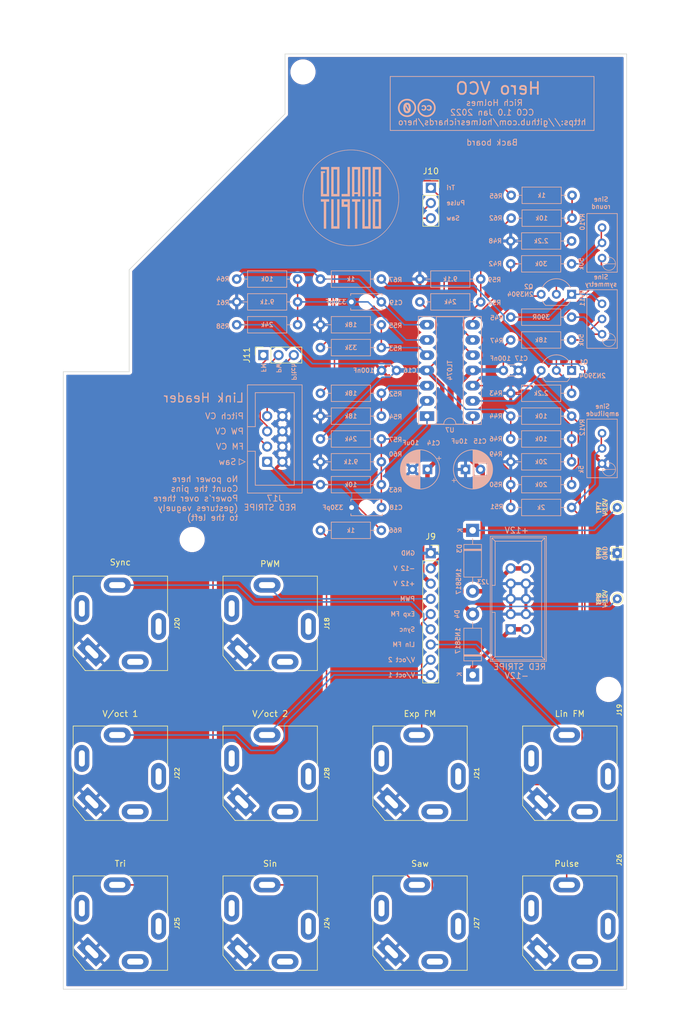
<source format=kicad_pcb>
(kicad_pcb (version 20211014) (generator pcbnew)
  (layers (0 "F.Cu" signal) (31 "B.Cu" signal) (34 "B.Paste" user) (35 "F.Paste" user) (36 "B.SilkS" user "B.Silkscreen") (37 "F.SilkS" user "F.Silkscreen") (38 "B.Mask" user) (39 "F.Mask" user) (44 "Edge.Cuts" user))
  (net 0 "")
  (net 1 "Board_0-+12V_1")
  (net 2 "Board_0--12V_1")
  (net 3 "Board_0-/Jacks, power, etc/+12V_IN")
  (net 4 "Board_0-/Jacks, power, etc/-12V_IN")
  (net 5 "Board_0-/Jacks, power, etc/CV_IN_J")
  (net 6 "Board_0-/Jacks, power, etc/LIN_FM_IN_J")
  (net 7 "Board_0-/Jacks, power, etc/PWMIN_J")
  (net 8 "Board_0-/Jacks, power, etc/SIN")
  (net 9 "Board_0-/Jacks, power, etc/SYNC_J")
  (net 10 "Board_0-/Jacks, power, etc/V_OCT2_J")
  (net 11 "Board_0-/Jacks, power, etc/V_OCT_J")
  (net 12 "Board_0-/LINK_OUT_CV_B")
  (net 13 "Board_0-/LINK_OUT_FM_B")
  (net 14 "Board_0-/LINK_OUT_PW_B")
  (net 15 "Board_0-/Outputs and sin/LINK_OUT_SAW")
  (net 16 "Board_0-/Outputs and sin/PULSE_OUT_S")
  (net 17 "Board_0-/Outputs and sin/SAW_OUT_S")
  (net 18 "Board_0-/Outputs and sin/TRIANGLE_OUT_S")
  (net 19 "Board_0-GND1")
  (net 20 "Board_0-Net-(C18-Pad2)")
  (net 21 "Board_0-Net-(C19-Pad1)")
  (net 22 "Board_0-Net-(C19-Pad2)")
  (net 23 "Board_0-Net-(Q1-Pad1)")
  (net 24 "Board_0-Net-(Q1-Pad2)")
  (net 25 "Board_0-Net-(Q1-Pad3)")
  (net 26 "Board_0-Net-(Q2-Pad1)")
  (net 27 "Board_0-Net-(Q2-Pad2)")
  (net 28 "Board_0-Net-(Q2-Pad3)")
  (net 29 "Board_0-Net-(R42-Pad1)")
  (net 30 "Board_0-Net-(R47-Pad2)")
  (net 31 "Board_0-Net-(R50-Pad1)")
  (net 32 "Board_0-Net-(R52-Pad1)")
  (net 33 "Board_0-Net-(R53-Pad1)")
  (net 34 "Board_0-Net-(R56-Pad1)")
  (net 35 "Board_0-PULSE")
  (net 36 "Board_0-SAW")
  (net 37 "Board_0-TRI")
  (net 38 "Board_0-TRI_RAW")
  (footprint "ao_tht:TestPoint_THTPad_D1.5mm_Drill0.7mm" (layer "F.Cu") (at 194.24 100.65 90)
    (fp_text reference "TP7")
    (fp_text value "+12V")
  )
  (footprint "ao_tht:Board_Marker" (layer "F.Cu") (at 158.684 25.002)
    (fp_text reference "B2")
    (fp_text value "Board")
  )
  (footprint "ao_tht:TestPoint_THTPad_D1.5mm_Drill0.7mm" (layer "F.Cu") (at 194.24 115.89 90)
    (fp_text reference "TP8")
    (fp_text value "-12V")
  )
  (footprint "ao_tht:Jack_6.35mm_PJ_629HAN_slots" (layer "F.Cu") (at 161.3 170 -90)
    (fp_text reference "J27")
    (fp_text value "AudioJack2")
  )
  (footprint "ao_tht:Jack_6.35mm_PJ_629HAN_slots" (layer "F.Cu") (at 136.3 145 -90)
    (fp_text reference "J28")
    (fp_text value "AudioJack2")
  )
  (footprint "ao_tht:MountingHole_3.2mm_M3" (layer "F.Cu") (at 123.3 106)
    (fp_text reference "H6" hide)
    (fp_text value "MountingHole")
  )
  (footprint "ao_tht:Jack_6.35mm_PJ_629HAN_slots" (layer "F.Cu") (at 111.3 120 -90)
    (fp_text reference "J20")
    (fp_text value "AudioJack2")
  )
  (footprint "ao_tht:Jack_6.35mm_PJ_629HAN_slots" (layer "F.Cu") (at 111.3 170 -90)
    (fp_text reference "J25")
    (fp_text value "AudioJack2")
  )
  (footprint "ao_tht:Jack_6.35mm_PJ_629HAN_slots" (layer "F.Cu") (at 186.3 170 -90)
    (fp_text reference "J26")
    (fp_text value "AudioJack2")
  )
  (footprint "ao_tht:MountingHole_3.2mm_M3" (layer "F.Cu") (at 192.8 131)
    (fp_text reference "H4" hide)
    (fp_text value "MountingHole")
  )
  (footprint "Connector_PinSocket_2.54mm:PinSocket_1x03_P2.54mm_Vertical" (layer "F.Cu") (at 163.135 47.325)
    (fp_text reference "J10")
    (fp_text value "Conn_01x03")
  )
  (footprint "ao_tht:Jack_6.35mm_PJ_629HAN_slots" (layer "F.Cu") (at 161.3 145 -90)
    (fp_text reference "J21")
    (fp_text value "AudioJack2")
  )
  (footprint "ao_tht:Jack_6.35mm_PJ_629HAN_slots" (layer "F.Cu") (at 111.3 145 -90)
    (fp_text reference "J22")
    (fp_text value "AudioJack2")
  )
  (footprint "ao_tht:Jack_6.35mm_PJ_629HAN_slots" (layer "F.Cu") (at 136.3 170 -90)
    (fp_text reference "J24")
    (fp_text value "AudioJack2")
  )
  (footprint "ao_tht:Jack_6.35mm_PJ_629HAN_slots" (layer "F.Cu") (at 186.3 145 -90)
    (fp_text reference "J19")
    (fp_text value "AudioJack2")
  )
  (footprint "Connector_PinSocket_2.54mm:PinSocket_1x03_P2.54mm_Vertical" (layer "F.Cu") (at 135.185 75.225 90)
    (fp_text reference "J11")
    (fp_text value "Conn_01x03")
  )
  (footprint "ao_tht:TestPoint_THTPad_1.5x1.5mm_Drill0.7mm" (layer "F.Cu") (at 194.24 108.27 90)
    (fp_text reference "TP9")
    (fp_text value "GND")
  )
  (footprint "Connector_PinSocket_2.54mm:PinSocket_1x09_P2.54mm_Vertical" (layer "F.Cu") (at 163.11 108.27)
    (fp_text reference "J9")
    (fp_text value "Conn_01x09")
  )
  (footprint "ao_tht:MountingHole_3.2mm_M3" (layer "F.Cu") (at 141.8 28)
    (fp_text reference "H5" hide)
    (fp_text value "MountingHole")
  )
  (footprint "ao_tht:Jack_6.35mm_PJ_629HAN_slots" (layer "F.Cu") (at 136.3 120 -90)
    (fp_text reference "J18")
    (fp_text value "AudioJack2")
  )
  (footprint "ao_tht:R_Axial_DIN0207_L6.3mm_D2.5mm_P10.16mm_Horizontal" (layer "B.Cu") (at 154.87 93.03 180)
    (fp_text reference "R60")
    (fp_text value "9.1k")
  )
  (footprint "ao_tht:R_Axial_DIN0207_L6.3mm_D2.5mm_P10.16mm_Horizontal" (layer "B.Cu") (at 140.9 66.36 180)
    (fp_text reference "R61")
    (fp_text value "9.1k")
  )
  (footprint "ao_tht:TO-92_Inline_Wide" (layer "B.Cu") (at 186.62 77.79 180)
    (fp_text reference "Q1")
    (fp_text value "2N3904")
  )
  (footprint "ao_tht:Potentiometer_Bourns_3296W_Vertical_screw_centered" (layer "B.Cu") (at 192.85 60.01 -90)
    (fp_text reference "RV10")
    (fp_text value "50k")
  )
  (footprint "ao_tht:D_DO-41_SOD81_P10.16mm_Horizontal" (layer "B.Cu") (at 170.11 104.46 -90)
    (fp_text reference "D3")
    (fp_text value "1N5817")
  )
  (footprint "ao_tht:R_Axial_DIN0207_L6.3mm_D2.5mm_P10.16mm_Horizontal" (layer "B.Cu") (at 154.87 81.6 180)
    (fp_text reference "R52")
    (fp_text value "18k")
  )
  (footprint "ao_tht:R_Axial_DIN0207_L6.3mm_D2.5mm_P10.16mm_Horizontal" (layer "B.Cu") (at 176.46 85.41)
    (fp_text reference "R44")
    (fp_text value "10k")
  )
  (footprint "ao_tht:CC0_logo" (layer "B.Cu") (at 160.8 34 180)
    (fp_text reference "GRAF4" hide)
    (fp_text value "CC0 logo" hide)
  )
  (footprint "ao_tht:R_Axial_DIN0207_L6.3mm_D2.5mm_P10.16mm_Horizontal" (layer "B.Cu") (at 186.62 93.03 180)
    (fp_text reference "R49")
    (fp_text value "20k")
  )
  (footprint "ao_tht:DIP-14_W7.62mm_Socket_LongPads" (layer "B.Cu") (at 162.49 85.41)
    (fp_text reference "U7")
    (fp_text value "TL074")
  )
  (footprint "ao_tht:CP_Radial_D6.3mm_P2.50mm" (layer "B.Cu") (at 168.92 94.3)
    (fp_text reference "C15")
    (fp_text value "10uF")
  )
  (footprint "ao_tht:Potentiometer_Bourns_3296W_Vertical_screw_centered" (layer "B.Cu") (at 192.85 94.3 -90)
    (fp_text reference "RV12")
    (fp_text value "5k")
  )
  (footprint "ao_tht:R_Axial_DIN0207_L6.3mm_D2.5mm_P10.16mm_Horizontal" (layer "B.Cu") (at 186.62 100.65 180)
    (fp_text reference "R51")
    (fp_text value "2k")
  )
  (footprint "ao_tht:R_Axial_DIN0207_L6.3mm_D2.5mm_P10.16mm_Horizontal" (layer "B.Cu") (at 130.74 62.55)
    (fp_text reference "R64")
    (fp_text value "10k")
  )
  (footprint "ao_tht:D_DO-41_SOD81_P10.16mm_Horizontal" (layer "B.Cu") (at 170.11 128.59 90)
    (fp_text reference "D4")
    (fp_text value "1N5817")
  )
  (footprint "ao_tht:TO-92_Inline_Wide" (layer "B.Cu") (at 186.62 65.09 180)
    (fp_text reference "Q2")
    (fp_text value "2N3904")
  )
  (footprint "ao_tht:R_Axial_DIN0207_L6.3mm_D2.5mm_P10.16mm_Horizontal" (layer "B.Cu") (at 171.46 62.55 180)
    (fp_text reference "R59")
    (fp_text value "9.1k")
  )
  (footprint "ao_tht:R_Axial_DIN0207_L6.3mm_D2.5mm_P10.16mm_Horizontal" (layer "B.Cu") (at 176.46 68.9)
    (fp_text reference "R45")
    (fp_text value "390R")
  )
  (footprint "ao_tht:R_Axial_DIN0207_L6.3mm_D2.5mm_P10.16mm_Horizontal" (layer "B.Cu") (at 154.87 62.55 180)
    (fp_text reference "R67")
    (fp_text value "1k")
  )
  (footprint "Connector_IDC:IDC-Header_2x04_P2.54mm_Vertical" (layer "B.Cu") (at 135.82 93.03)
    (fp_text reference "J17")
    (fp_text value "Conn_02x04_Odd_Even")
  )
  (footprint "ao_tht:C_Disc_D5.0mm_W2.5mm_P5.00mm" (layer "B.Cu") (at 154.87 66.36 180)
    (fp_text reference "C19")
    (fp_text value "330pF")
  )
  (footprint "ao_tht:R_Axial_DIN0207_L6.3mm_D2.5mm_P10.16mm_Horizontal" (layer "B.Cu") (at 176.46 96.84)
    (fp_text reference "R50")
    (fp_text value "20k")
  )
  (footprint "ao_tht:C_Disc_D5.0mm_W2.5mm_P5.00mm" (layer "B.Cu") (at 149.91 100.65)
    (fp_text reference "C18")
    (fp_text value "330pF")
  )
  (footprint "ao_tht:R_Axial_DIN0207_L6.3mm_D2.5mm_P10.16mm_Horizontal" (layer "B.Cu") (at 171.46 66.36 180)
    (fp_text reference "R56")
    (fp_text value "24k")
  )
  (footprint "ao_tht:Potentiometer_Bourns_3296W_Vertical_screw_centered" (layer "B.Cu") (at 192.85 72.71 -90)
    (fp_text reference "RV11")
    (fp_text value "50k")
  )
  (footprint "ao_tht:R_Axial_DIN0207_L6.3mm_D2.5mm_P10.16mm_Horizontal" (layer "B.Cu") (at 176.54 48.58)
    (fp_text reference "R65")
    (fp_text value "1k")
  )
  (footprint "ao_tht:R_Axial_DIN0207_L6.3mm_D2.5mm_P10.16mm_Horizontal" (layer "B.Cu") (at 154.87 85.41 180)
    (fp_text reference "R54")
    (fp_text value "18k")
  )
  (footprint "ao_tht:R_Axial_DIN0207_L6.3mm_D2.5mm_P10.16mm_Horizontal" (layer "B.Cu") (at 154.87 89.22 180)
    (fp_text reference "R57")
    (fp_text value "24k")
  )
  (footprint "ao_tht:Power_Header" (layer "B.Cu") (at 176.46 120.97)
    (fp_text reference "J23")
    (fp_text value "Synth_power_2x5")
  )
  (footprint "ao_tht:R_Axial_DIN0207_L6.3mm_D2.5mm_P10.16mm_Horizontal" (layer "B.Cu") (at 144.71 96.84)
    (fp_text reference "R63")
    (fp_text value "10k")
  )
  (footprint "ao_tht:R_Axial_DIN0207_L6.3mm_D2.5mm_P10.16mm_Horizontal" (layer "B.Cu") (at 186.7 52.39 180)
    (fp_text reference "R62")
    (fp_text value "10k")
  )
  (footprint "ao_tht:R_Axial_DIN0207_L6.3mm_D2.5mm_P10.16mm_Horizontal" (layer "B.Cu") (at 186.62 81.6 180)
    (fp_text reference "R43")
    (fp_text value "2.2k")
  )
  (footprint "ao_tht:R_Axial_DIN0207_L6.3mm_D2.5mm_P10.16mm_Horizontal" (layer "B.Cu") (at 176.46 72.71)
    (fp_text reference "R47")
    (fp_text value "18k")
  )
  (footprint "ao_tht:R_Axial_DIN0207_L6.3mm_D2.5mm_P10.16mm_Horizontal" (layer "B.Cu") (at 154.87 70.17 180)
    (fp_text reference "R55")
    (fp_text value "18k")
  )
  (footprint "ao_tht:analogoutput" (layer "B.Cu") (at 149.8 49 180)
    (fp_text reference "GRAF3" hide)
    (fp_text value "AO logo" hide)
  )
  (footprint "ao_tht:C_Disc_D3.0mm_W1.6mm_P2.50mm" (layer "B.Cu") (at 177.73 77.79 180)
    (fp_text reference "C17")
    (fp_text value "100nF")
  )
  (footprint "ao_tht:R_Axial_DIN0207_L6.3mm_D2.5mm_P10.16mm_Horizontal" (layer "B.Cu") (at 140.9 70.17 180)
    (fp_text reference "R58")
    (fp_text value "24k")
  )
  (footprint "ao_tht:R_Axial_DIN0207_L6.3mm_D2.5mm_P10.16mm_Horizontal" (layer "B.Cu") (at 186.62 56.2 180)
    (fp_text reference "R48")
    (fp_text value "2.2k")
  )
  (footprint "ao_tht:R_Axial_DIN0207_L6.3mm_D2.5mm_P10.16mm_Horizontal" (layer "B.Cu") (at 186.62 60.01 180)
    (fp_text reference "R42")
    (fp_text value "30k")
  )
  (footprint "ao_tht:R_Axial_DIN0207_L6.3mm_D2.5mm_P10.16mm_Horizontal" (layer "B.Cu") (at 144.71 104.46)
    (fp_text reference "R66")
    (fp_text value "1k")
  )
  (footprint "ao_tht:CP_Radial_D6.3mm_P2.50mm" (layer "B.Cu") (at 162.57 94.3 180)
    (fp_text reference "C14")
    (fp_text value "10uF")
  )
  (footprint "ao_tht:R_Axial_DIN0207_L6.3mm_D2.5mm_P10.16mm_Horizontal" (layer "B.Cu") (at 154.87 73.98 180)
    (fp_text reference "R53")
    (fp_text value "33k")
  )
  (footprint "ao_tht:C_Disc_D3.0mm_W1.6mm_P2.50mm" (layer "B.Cu") (at 157.41 77.79 180)
    (fp_text reference "C16")
    (fp_text value "100nF")
  )
  (footprint "ao_tht:R_Axial_DIN0207_L6.3mm_D2.5mm_P10.16mm_Horizontal" (layer "B.Cu") (at 176.46 89.22)
    (fp_text reference "R46")
    (fp_text value "10k")
  )
  (gr_line (start 156.36 37.76) (end 190.36 37.76) (layer "B.SilkS") (width 0.12))
  (gr_line (start 190.36 37.76) (end 190.36 28.76) (layer "B.SilkS") (width 0.12))
  (gr_line (start 156.36 28.76) (end 156.36 37.76) (layer "B.SilkS") (width 0.12))
  (gr_line (start 190.36 28.76) (end 156.36 28.76) (layer "B.SilkS") (width 0.12))
  (gr_line (start 195.800923 24.999617) (end 195.800382 181.000923) (layer "Edge.Cuts") (width 0.1))
  (gr_line (start 101.799076 181.000382) (end 101.799043 77.999709) (layer "Edge.Cuts") (width 0.1))
  (gr_line (start 195.800382 181.000923) (end 101.799076 181.000382) (layer "Edge.Cuts") (width 0.1))
  (gr_line (start 138.799 34.999585) (end 138.799804 24.999019) (layer "Edge.Cuts") (width 0.1))
  (gr_line (start 101.799043 77.999709) (end 112.799 77.999) (layer "Edge.Cuts") (width 0.1))
  (gr_line (start 112.799 77.999) (end 112.799168 60.999444) (layer "Edge.Cuts") (width 0.1))
  (gr_line (start 138.799804 24.999019) (end 195.800923 24.999617) (layer "Edge.Cuts") (width 0.1))
  (gr_line (start 112.799168 60.999444) (end 138.799 34.999585) (layer "Edge.Cuts") (width 0.1))
  (gr_text "Saw" (at 130.74 93.03) (layer "B.SilkS") (effects (font (size 1 1)) (justify left mirror)))
  (gr_text "FM CV" (at 132.01 90.49) (layer "B.SilkS") (effects (font (size 1 1)) (justify left mirror)))
  (gr_text "PW CV" (at 132.01 87.95) (layer "B.SilkS") (effects (font (size 1 1)) (justify left mirror)))
  (gr_text "Pitch CV" (at 132.01 85.41) (layer "B.SilkS") (effects (font (size 1 1)) (justify left mirror)))
  (gr_text "RED STRIPE" (at 136.3 100.65) (layer "B.SilkS") (effects (font (size 1 1)) (justify mirror)))
  (gr_text "Back board" (at 173.36 39.76) (layer "B.SilkS") (effects (font (size 1 1)) (justify mirror)))
  (gr_text "Rich Holmes \nCC0 1.0 Jan 2022\nhttps://github.com/holmesrichards/hero" (at 173.36 34.76) (layer "B.SilkS") (effects (font (size 1 1)) (justify mirror)))
  (gr_text "Hero VCO" (at 174.36 30.76) (layer "B.SilkS") (effects (font (size 2 2) (thickness 0.3)) (justify mirror)))
  (gr_text "Saw" (at 165.65 52.39) (layer "B.SilkS") (effects (font (size 0.75 0.75)) (justify right mirror)))
  (gr_text "GND" (at 160.57 108.27) (layer "B.SilkS") (effects (font (size 0.75 0.75)) (justify left mirror)))
  (gr_text "PW" (at 137.725 76.495 -90) (layer "B.SilkS") (effects (font (size 0.75 0.75)) (justify right mirror)))
  (gr_text "Lin FM" (at 160.57 123.51) (layer "B.SilkS") (effects (font (size 0.75 0.75)) (justify left mirror)))
  (gr_text "Sine\nround" (at 191.526 49.85) (layer "B.SilkS") (effects (font (size 0.75 0.75)) (justify mirror)))
  (gr_text "Pitch" (at 140.265 76.495 -90) (layer "B.SilkS") (effects (font (size 0.75 0.75)) (justify right mirror)))
  (gr_text "FM" (at 135.185 76.495 -90) (layer "B.SilkS") (effects (font (size 0.75 0.75)) (justify right mirror)))
  (gr_text "Sync" (at 160.57 120.97) (layer "B.SilkS") (effects (font (size 0.75 0.75)) (justify left mirror)))
  (gr_text "PWM" (at 160.57 115.89) (layer "B.SilkS") (effects (font (size 0.75 0.75)) (justify left mirror)))
  (gr_text "Tri" (at 165.65 47.31) (layer "B.SilkS") (effects (font (size 0.75 0.75)) (justify right mirror)))
  (gr_text "+12 V" (at 160.57 113.35) (layer "B.SilkS") (effects (font (size 0.75 0.75)) (justify left mirror)))
  (gr_text "No power here\nCount the pins\nPower's over there\n(gestures vaguely\nto the left)" (at 131.074 99.126) (layer "B.SilkS") (effects (font (size 1 1)) (justify left mirror)))
  (gr_text "Pulse" (at 165.65 49.85) (layer "B.SilkS") (effects (font (size 0.75 0.75)) (justify right mirror)))
  (gr_text "Sine\namplitude" (at 191.78 84.394) (layer "B.SilkS") (effects (font (size 0.75 0.75)) (justify mirror)))
  (gr_text "V/oct 1" (at 160.57 128.59) (layer "B.SilkS") (effects (font (size 0.75 0.75)) (justify left mirror)))
  (gr_text "V/oct 2" (at 160.57 126.05) (layer "B.SilkS") (effects (font (size 0.75 0.75)) (justify left mirror)))
  (gr_text "Sine\nsymmetry" (at 191.526 62.804) (layer "B.SilkS") (effects (font (size 0.75 0.75)) (justify mirror)))
  (gr_text "-12 V" (at 160.57 110.81) (layer "B.SilkS") (effects (font (size 0.75 0.75)) (justify left mirror)))
  (gr_text "Link Header" (at 125.232 82.362) (layer "B.SilkS") (effects (font (size 1.5 1.5) (thickness 0.2)) (justify mirror)))
  (gr_text "Exp FM" (at 160.57 118.43) (layer "B.SilkS") (effects (font (size 0.75 0.75)) (justify left mirror)))
  (gr_text "Tri" (at 111.32 160.06) (layer "F.SilkS") (effects (font (size 1 1))))
  (gr_text "V/oct 2" (at 136.32 135.06) (layer "F.SilkS") (effects (font (size 1 1))))
  (gr_text "Exp FM" (at 161.32 135.06) (layer "F.SilkS") (effects (font (size 1 1))))
  (gr_text "Sin" (at 136.32 160.06) (layer "F.SilkS") (effects (font (size 1 1))))
  (gr_text "PWM" (at 136.32 110.06) (layer "F.SilkS") (effects (font (size 1 1))))
  (gr_text "Sync" (at 111.32 109.794) (layer "F.SilkS") (effects (font (size 1 1))))
  (gr_text "V/oct 1" (at 111.32 135.06) (layer "F.SilkS") (effects (font (size 1 1))))
  (gr_text "Pulse" (at 185.82 160.06) (layer "F.SilkS") (effects (font (size 1 1))))
  (gr_text "Saw" (at 161.32 160.06) (layer "F.SilkS") (effects (font (size 1 1))))
  (gr_text "Lin FM" (at 186.32 135.06) (layer "F.SilkS") (effects (font (size 1 1))))
  (segment (start 176.46 89.22) (end 176.46 85.41) (width 0.25) (layer "F.Cu") (net 1))
  (segment (start 165.03 80.33) (end 165.03 91.84) (width 0.75) (layer "F.Cu") (net 1))
  (segment (start 164.01452 69.07452) (end 161.3 66.36) (width 0.25) (layer "F.Cu") (net 1))
  (segment (start 165.03 91.84) (end 162.57 94.3) (width 0.75) (layer "F.Cu") (net 1))
  (segment (start 162.49 77.79) (end 164.46403 75.81597) (width 0.25) (layer "F.Cu") (net 1))
  (segment (start 164.46403 72.058015) (end 164.01452 71.608505) (width 0.25) (layer "F.Cu") (net 1))
  (segment (start 162.744 104.46) (end 162.57 104.46) (width 0.25) (layer "F.Cu") (net 1))
  (segment (start 170.11 104.46) (end 162.744 104.46) (width 0.75) (layer "F.Cu") (net 1))
  (segment (start 161.685489 111.925489) (end 161.685489 105.344511) (width 0.75) (layer "F.Cu") (net 1))
  (segment (start 161.685489 105.344511) (end 162.57 104.46) (width 0.75) (layer "F.Cu") (net 1))
  (segment (start 164.01452 71.608505) (end 164.01452 69.07452) (width 0.25) (layer "F.Cu") (net 1))
  (segment (start 164.46403 75.81597) (end 164.46403 72.058015) (width 0.25) (layer "F.Cu") (net 1))
  (segment (start 162.49 77.79) (end 165.03 80.33) (width 0.75) (layer "F.Cu") (net 1))
  (segment (start 163.11 113.35) (end 161.685489 111.925489) (width 0.75) (layer "F.Cu") (net 1))
  (segment (start 162.57 94.3) (end 162.57 104.46) (width 0.75) (layer "F.Cu") (net 1))
  (segment (start 168.98499 84.28499) (end 162.49 77.79) (width 0.25) (layer "B.Cu") (net 1))
  (segment (start 175.33499 84.28499) (end 168.98499 84.28499) (width 0.25) (layer "B.Cu") (net 1))
  (segment (start 176.46 85.41) (end 175.33499 84.28499) (width 0.25) (layer "B.Cu") (net 1))
  (segment (start 162.49 77.79) (end 157.41 77.79) (width 0.75) (layer "B.Cu") (net 1))
  (segment (start 155.014999 78.915001) (end 144.71 89.22) (width 0.25) (layer "B.Cu") (net 1))
  (segment (start 156.284999 78.915001) (end 155.014999 78.915001) (width 0.25) (layer "B.Cu") (net 1))
  (segment (start 157.41 77.79) (end 156.284999 78.915001) (width 0.25) (layer "B.Cu") (net 1))
  (segment (start 156.285489 76.665489) (end 143.366499 76.665489) (width 0.25) (layer "B.Cu") (net 1))
  (segment (start 136.87101 70.17) (end 130.74 70.17) (width 0.25) (layer "B.Cu") (net 1))
  (segment (start 190.43 104.46) (end 194.24 100.65) (width 0.25) (layer "B.Cu") (net 1))
  (segment (start 170.11 104.46) (end 190.43 104.46) (width 0.25) (layer "B.Cu") (net 1))
  (segment (start 157.41 77.79) (end 156.285489 76.665489) (width 0.25) (layer "B.Cu") (net 1))
  (segment (start 143.366499 76.665489) (end 136.87101 70.17) (width 0.25) (layer "B.Cu") (net 1))
  (segment (start 175.23 73.94) (end 176.46 72.71) (width 0.25) (layer "F.Cu") (net 2))
  (segment (start 175.23 77.79) (end 175.23 73.94) (width 0.25) (layer "F.Cu") (net 2))
  (segment (start 164.534511 109.385489) (end 168.533533 109.385489) (width 0.75) (layer "F.Cu") (net 2))
  (segment (start 171.42 94.3) (end 167.824 90.704) (width 0.75) (layer "F.Cu") (net 2))
  (segment (start 171.784511 94.664511) (end 171.42 94.3) (width 0.75) (layer "F.Cu") (net 2))
  (segment (start 163.11 110.81) (end 164.534511 109.385489) (width 0.75) (layer "F.Cu") (net 2))
  (segment (start 167.824 80.076) (end 170.11 77.79) (width 0.75) (layer "F.Cu") (net 2))
  (segment (start 171.784511 106.134511) (end 171.784511 94.664511) (width 0.75) (layer "F.Cu") (net 2))
  (segment (start 167.824 90.704) (end 167.824 80.076) (width 0.75) (layer "F.Cu") (net 2))
  (segment (start 168.533533 109.385489) (end 171.784511 106.134511) (width 0.75) (layer "F.Cu") (net 2))
  (segment (start 168.205 109.714022) (end 168.533533 109.385489) (width 0.75) (layer "F.Cu") (net 2))
  (segment (start 170.11 118.43) (end 168.205 116.525) (width 0.75) (layer "F.Cu") (net 2))
  (segment (start 168.205 116.525) (end 168.205 109.714022) (width 0.75) (layer "F.Cu") (net 2))
  (segment (start 170.11 77.79) (end 175.23 77.79) (width 0.75) (layer "B.Cu") (net 2))
  (segment (start 170.969756 117.16) (end 192.97 117.16) (width 0.25) (layer "B.Cu") (net 2))
  (segment (start 170.11 118.019756) (end 170.969756 117.16) (width 0.25) (layer "B.Cu") (net 2))
  (segment (start 192.97 117.16) (end 194.24 115.89) (width 0.25) (layer "B.Cu") (net 2))
  (segment (start 179 110.81) (end 176.46 110.81) (width 0.75) (layer "F.Cu") (net 3))
  (segment (start 170.11 114.62) (end 172.65 114.62) (width 0.75) (layer "F.Cu") (net 3))
  (segment (start 172.65 114.62) (end 176.46 110.81) (width 0.75) (layer "F.Cu") (net 3))
  (segment (start 179 120.97) (end 176.46 120.97) (width 0.75) (layer "F.Cu") (net 4))
  (segment (start 170.11 127.32) (end 176.46 120.97) (width 0.75) (layer "F.Cu") (net 4))
  (segment (start 170.11 128.59) (end 170.11 127.32) (width 0.75) (layer "F.Cu") (net 4))
  (segment (start 163.11 118.43) (end 161.601 119.939) (width 0.25) (layer "F.Cu") (net 5))
  (segment (start 161.601 119.939) (end 161.601 137.799) (width 0.25) (layer "F.Cu") (net 5))
  (segment (start 163.11 123.51) (end 170.71 123.51) (width 0.25) (layer "B.Cu") (net 6))
  (segment (start 170.71 123.51) (end 185.8 138.6) (width 0.25) (layer "B.Cu") (net 6))
  (segment (start 138.09 115.89) (end 135.8 113.6) (width 0.25) (layer "B.Cu") (net 7))
  (segment (start 163.11 115.89) (end 138.09 115.89) (width 0.25) (layer "B.Cu") (net 7))
  (segment (start 159.733602 166.174511) (end 161.866398 166.174511) (width 0.25) (layer "F.Cu") (net 8))
  (segment (start 188.374511 102.404511) (end 186.62 100.65) (width 0.25) (layer "F.Cu") (net 8))
  (segment (start 179.287978 146.863) (end 181.177909 146.863) (width 0.25) (layer "F.Cu") (net 8))
  (segment (start 181.177909 146.863) (end 188.374511 139.666398) (width 0.25) (layer "F.Cu") (net 8))
  (segment (start 163.374511 164.666398) (end 163.374511 162.776467) (width 0.25) (layer "F.Cu") (net 8))
  (segment (start 135.8 163.6) (end 157.159091 163.6) (width 0.25) (layer "F.Cu") (net 8))
  (segment (start 161.866398 166.174511) (end 163.374511 164.666398) (width 0.25) (layer "F.Cu") (net 8))
  (segment (start 163.374511 162.776467) (end 179.287978 146.863) (width 0.25) (layer "F.Cu") (net 8))
  (segment (start 157.159091 163.6) (end 159.733602 166.174511) (width 0.25) (layer "F.Cu") (net 8))
  (segment (start 188.374511 139.666398) (end 188.374511 102.404511) (width 0.25) (layer "F.Cu") (net 8))
  (segment (start 191.58 90.8) (end 191.58 88.26) (width 0.25) (layer "F.Cu") (net 8))
  (segment (start 186.62 100.65) (end 190.535489 96.734511) (width 0.25) (layer "B.Cu") (net 8))
  (segment (start 190.535489 96.734511) (end 190.535489 91.844511) (width 0.25) (layer "B.Cu") (net 8))
  (segment (start 190.535489 91.844511) (end 191.58 90.8) (width 0.25) (layer "B.Cu") (net 8))
  (segment (start 130.943 113.6) (end 110.8 113.6) (width 0.25) (layer "B.Cu") (net 9))
  (segment (start 163.11 120.97) (end 161.935489 119.795489) (width 0.25) (layer "B.Cu") (net 9))
  (segment (start 161.935489 118.383489) (end 159.95 116.398) (width 0.25) (layer "B.Cu") (net 9))
  (segment (start 159.95 116.398) (end 133.741 116.398) (width 0.25) (layer "B.Cu") (net 9))
  (segment (start 161.935489 119.795489) (end 161.935489 118.383489) (width 0.25) (layer "B.Cu") (net 9))
  (segment (start 133.741 116.398) (end 130.943 113.6) (width 0.25) (layer "B.Cu") (net 9))
  (segment (start 146.445 127.955) (end 161.205 127.955) (width 0.25) (layer "B.Cu") (net 10))
  (segment (start 135.8 138.6) (end 146.445 127.955) (width 0.25) (layer "B.Cu") (net 10))
  (segment (start 161.205 127.955) (end 163.11 126.05) (width 0.25) (layer "B.Cu") (net 10))
  (segment (start 146.949 128.59) (end 138.694 136.845) (width 0.25) (layer "B.Cu") (net 11))
  (segment (start 133.117511 141.174511) (end 130.543 138.6) (width 0.25) (layer "B.Cu") (net 11))
  (segment (start 138.694 139.346909) (end 136.866398 141.174511) (width 0.25) (layer "B.Cu") (net 11))
  (segment (start 138.694 136.845) (end 138.694 139.346909) (width 0.25) (layer "B.Cu") (net 11))
  (segment (start 136.866398 141.174511) (end 133.117511 141.174511) (width 0.25) (layer "B.Cu") (net 11))
  (segment (start 163.11 128.59) (end 146.949 128.59) (width 0.25) (layer "B.Cu") (net 11))
  (segment (start 130.543 138.6) (end 110.8 138.6) (width 0.25) (layer "B.Cu") (net 11))
  (segment (start 135.82 79.67) (end 140.265 75.225) (width 0.25) (layer "F.Cu") (net 12))
  (segment (start 135.82 85.41) (end 135.82 79.67) (width 0.25) (layer "F.Cu") (net 12))
  (segment (start 134.195969 77.484031) (end 134.195969 88.865969) (width 0.25) (layer "F.Cu") (net 13))
  (segment (start 134.195969 88.865969) (end 135.82 90.49) (width 0.25) (layer "F.Cu") (net 13))
  (segment (start 135.82 75.86) (end 134.195969 77.484031) (width 0.25) (layer "F.Cu") (net 13))
  (segment (start 134.645489 78.304511) (end 134.645489 85.896499) (width 0.25) (layer "F.Cu") (net 14))
  (segment (start 134.645489 85.896499) (end 135.82 87.07101) (width 0.25) (layer "F.Cu") (net 14))
  (segment (start 137.725 75.225) (end 134.645489 78.304511) (width 0.25) (layer "F.Cu") (net 14))
  (segment (start 135.82 87.07101) (end 135.82 87.95) (width 0.25) (layer "F.Cu") (net 14))
  (segment (start 151.06 100.65) (end 154.87 104.46) (width 0.25) (layer "F.Cu") (net 15))
  (segment (start 149.91 100.65) (end 151.06 100.65) (width 0.25) (layer "F.Cu") (net 15))
  (segment (start 144.71 96.84) (end 148.52 96.84) (width 0.25) (layer "B.Cu") (net 15))
  (segment (start 152.725002 96.84) (end 148.52 96.84) (width 0.25) (layer "B.Cu") (net 15))
  (segment (start 162.49 87.075002) (end 152.725002 96.84) (width 0.25) (layer "B.Cu") (net 15))
  (segment (start 162.49 85.41) (end 162.49 87.075002) (width 0.25) (layer "B.Cu") (net 15))
  (segment (start 139.63 96.84) (end 144.71 96.84) (width 0.25) (layer "B.Cu") (net 15))
  (segment (start 135.82 93.03) (end 139.63 96.84) (width 0.25) (layer "B.Cu") (net 15))
  (segment (start 148.52 96.84) (end 149.91 98.23) (width 0.25) (layer "B.Cu") (net 15))
  (segment (start 149.91 98.23) (end 149.91 100.65) (width 0.25) (layer "B.Cu") (net 15))
  (segment (start 161.118 51.882) (end 163.135 49.865) (width 0.25) (layer "F.Cu") (net 16))
  (segment (start 149.282 51.882) (end 161.118 51.882) (width 0.25) (layer "F.Cu") (net 16))
  (segment (start 144.71 73.98) (end 146.604978 72.085022) (width 0.25) (layer "F.Cu") (net 16))
  (segment (start 146.604978 72.085022) (end 146.604978 54.559022) (width 0.25) (layer "F.Cu") (net 16))
  (segment (start 146.604978 54.559022) (end 149.282 51.882) (width 0.25) (layer "F.Cu") (net 16))
  (segment (start 144.71 81.6) (end 147.054489 79.255511) (width 0.25) (layer "F.Cu") (net 17))
  (segment (start 147.054489 79.255511) (end 147.054489 54.870807) (width 0.25) (layer "F.Cu") (net 17))
  (segment (start 149.520296 52.405) (end 163.135 52.405) (width 0.25) (layer "F.Cu") (net 17))
  (segment (start 147.054489 54.870807) (end 149.520296 52.405) (width 0.25) (layer "F.Cu") (net 17))
  (segment (start 165.352511 49.542511) (end 163.135 47.325) (width 0.25) (layer "F.Cu") (net 18))
  (segment (start 170.11 75.25) (end 165.352511 70.492511) (width 0.25) (layer "F.Cu") (net 18))
  (segment (start 165.352511 70.492511) (end 165.352511 49.542511) (width 0.25) (layer "F.Cu") (net 18))
  (segment (start 154.87 89.22) (end 154.87 93.03) (width 0.25) (layer "F.Cu") (net 20))
  (segment (start 154.87 93.03) (end 154.87 96.84) (width 0.25) (layer "F.Cu") (net 20))
  (segment (start 154.87 96.84) (end 154.87 100.61) (width 0.25) (layer "F.Cu") (net 20))
  (segment (start 156.14 89.22) (end 162.49 82.87) (width 0.25) (layer "B.Cu") (net 20))
  (segment (start 154.87 89.22) (end 156.14 89.22) (width 0.25) (layer "B.Cu") (net 20))
  (segment (start 131.864511 61.425489) (end 143.585489 61.425489) (width 0.25) (layer "B.Cu") (net 21))
  (segment (start 143.585489 61.425489) (end 144.71 62.55) (width 0.25) (layer "B.Cu") (net 21))
  (segment (start 130.74 62.55) (end 131.864511 61.425489) (width 0.25) (layer "B.Cu") (net 21))
  (segment (start 154.87 66.36) (end 158.68 70.17) (width 0.25) (layer "B.Cu") (net 21))
  (segment (start 144.71 62.55) (end 151.06 62.55) (width 0.25) (layer "B.Cu") (net 21))
  (segment (start 158.68 70.17) (end 162.49 70.17) (width 0.25) (layer "B.Cu") (net 21))
  (segment (start 151.06 62.55) (end 154.87 66.36) (width 0.25) (layer "B.Cu") (net 21))
  (segment (start 140.9 66.36) (end 140.9 70.17) (width 0.25) (layer "F.Cu") (net 22))
  (segment (start 140.9 62.55) (end 140.9 66.36) (width 0.25) (layer "F.Cu") (net 22))
  (segment (start 140.9 66.36) (end 149.87 66.36) (width 0.25) (layer "B.Cu") (net 22))
  (segment (start 152.6503 66.36) (end 159.0003 72.71) (width 0.25) (layer "B.Cu") (net 22))
  (segment (start 159.0003 72.71) (end 162.49 72.71) (width 0.25) (layer "B.Cu") (net 22))
  (segment (start 149.87 66.36) (end 152.6503 66.36) (width 0.25) (layer "B.Cu") (net 22))
  (segment (start 186.62 77.79) (end 186.62 75.25) (width 0.25) (layer "F.Cu") (net 23))
  (segment (start 186.62 75.25) (end 190.12 71.75) (width 0.25) (layer "F.Cu") (net 23))
  (segment (start 190.12 71.75) (end 191.58 71.75) (width 0.25) (layer "F.Cu") (net 23))
  (segment (start 188.73 68.9) (end 191.58 71.75) (width 0.25) (layer "B.Cu") (net 23))
  (segment (start 186.62 68.9) (end 188.73 68.9) (width 0.25) (layer "B.Cu") (net 23))
  (segment (start 186.62 80.33) (end 184.08 77.79) (width 0.25) (layer "F.Cu") (net 24))
  (segment (start 186.62 81.6) (end 186.62 80.33) (width 0.25) (layer "F.Cu") (net 24))
  (segment (start 184.08 69.8497) (end 191.58 62.3497) (width 0.25) (layer "F.Cu") (net 24))
  (segment (start 184.08 77.79) (end 184.08 69.8497) (width 0.25) (layer "F.Cu") (net 24))
  (segment (start 191.58 62.3497) (end 191.58 59.05) (width 0.25) (layer "F.Cu") (net 24))
  (segment (start 186.62 96.84) (end 186.62 94.6203) (width 0.25) (layer "F.Cu") (net 25))
  (segment (start 187.744511 86.534511) (end 186.62 85.41) (width 0.25) (layer "F.Cu") (net 25))
  (segment (start 186.62 94.6203) (end 187.744511 93.495789) (width 0.25) (layer "F.Cu") (net 25))
  (segment (start 187.744511 93.495789) (end 187.744511 86.534511) (width 0.25) (layer "F.Cu") (net 25))
  (segment (start 180.655 79.231) (end 186.62 85.196) (width 0.25) (layer "B.Cu") (net 25))
  (segment (start 177.016 82.87) (end 181.54 78.346) (width 0.25) (layer "B.Cu") (net 25))
  (segment (start 170.11 82.87) (end 177.016 82.87) (width 0.25) (layer "B.Cu") (net 25))
  (segment (start 182.81 68.9) (end 186.62 65.09) (width 0.25) (layer "B.Cu") (net 26))
  (segment (start 176.46 68.9) (end 182.81 68.9) (width 0.25) (layer "B.Cu") (net 26))
  (segment (start 186.62 65.09) (end 190 65.09) (width 0.25) (layer "B.Cu") (net 26))
  (segment (start 190 65.09) (end 191.58 66.67) (width 0.25) (layer "B.Cu") (net 26))
  (segment (start 184.08 58.74) (end 186.62 56.2) (width 0.25) (layer "F.Cu") (net 27))
  (segment (start 184.08 65.09) (end 184.08 58.74) (width 0.25) (layer "F.Cu") (net 27))
  (segment (start 186.62 93.03) (end 186.62 89.22) (width 0.25) (layer "F.Cu") (net 28))
  (segment (start 179.889 80.33) (end 170.11 80.33) (width 0.25) (layer "F.Cu") (net 28))
  (segment (start 186.62 87.061) (end 179.889 80.33) (width 0.25) (layer "F.Cu") (net 28))
  (segment (start 171.63501 72.059988) (end 178.306998 65.388) (width 0.25) (layer "F.Cu") (net 28))
  (segment (start 170.11 80.33) (end 171.63501 78.80499) (width 0.25) (layer "F.Cu") (net 28))
  (segment (start 171.63501 78.80499) (end 171.63501 72.059988) (width 0.25) (layer "F.Cu") (net 28))
  (segment (start 178.306998 65.388) (end 181.242 65.388) (width 0.25) (layer "F.Cu") (net 28))
  (segment (start 186.62 89.22) (end 186.62 87.061) (width 0.25) (layer "F.Cu") (net 28))
  (segment (start 191.58 56.51) (end 191.58 53.97) (width 0.25) (layer "F.Cu") (net 29))
  (segment (start 188.08 60.01) (end 191.58 56.51) (width 0.25) (layer "B.Cu") (net 29))
  (segment (start 186.62 60.01) (end 188.08 60.01) (width 0.25) (layer "B.Cu") (net 29))
  (segment (start 188.08 72.71) (end 191.58 69.21) (width 0.25) (layer "F.Cu") (net 30))
  (segment (start 186.62 72.71) (end 188.08 72.71) (width 0.25) (layer "F.Cu") (net 30))
  (segment (start 176.46 100.65) (end 176.46 96.84) (width 0.25) (layer "F.Cu") (net 31))
  (segment (start 170.11 88.345002) (end 170.11 85.41) (width 0.25) (layer "F.Cu") (net 31))
  (segment (start 176.46 94.695002) (end 170.11 88.345002) (width 0.25) (layer "F.Cu") (net 31))
  (segment (start 176.46 96.84) (end 176.46 94.695002) (width 0.25) (layer "F.Cu") (net 31))
  (segment (start 154.87 81.6) (end 154.87 85.41) (width 0.25) (layer "F.Cu") (net 32))
  (segment (start 156.14 80.33) (end 162.49 80.33) (width 0.25) (layer "B.Cu") (net 32))
  (segment (start 154.87 81.6) (end 156.14 80.33) (width 0.25) (layer "B.Cu") (net 32))
  (segment (start 154.87 70.17) (end 154.87 73.98) (width 0.25) (layer "F.Cu") (net 33))
  (segment (start 161.22 73.98) (end 162.49 75.25) (width 0.25) (layer "B.Cu") (net 33))
  (segment (start 154.87 73.98) (end 161.22 73.98) (width 0.25) (layer "B.Cu") (net 33))
  (segment (start 171.46 57.47) (end 176.54 52.39) (width 0.25) (layer "F.Cu") (net 34))
  (segment (start 168.58548 69.23452) (end 171.46 66.36) (width 0.25) (layer "F.Cu") (net 34))
  (segment (start 171.46 66.36) (end 171.46 62.55) (width 0.25) (layer "F.Cu") (net 34))
  (segment (start 170.11 72.71) (end 168.58548 71.18548) (width 0.25) (layer "F.Cu") (net 34))
  (segment (start 168.58548 71.18548) (end 168.58548 69.23452) (width 0.25) (layer "F.Cu") (net 34))
  (segment (start 171.46 62.55) (end 171.46 57.47) (width 0.25) (layer "F.Cu") (net 34))
  (segment (start 188.824021 147.73507) (end 188.824021 77.835021) (width 0.25) (layer "F.Cu") (net 35))
  (segment (start 188.824021 77.835021) (end 188.398 77.409) (width 0.25) (layer "F.Cu") (net 35))
  (segment (start 185.8 150.759091) (end 188.824021 147.73507) (width 0.25) (layer "F.Cu") (net 35))
  (segment (start 185.8 163.6) (end 185.8 150.759091) (width 0.25) (layer "F.Cu") (net 35))
  (via (at 188.398 77.409) (size 0.8) (drill 0.4) (layers "F.Cu" "B.Cu") (net 35))
  (segment (start 175.335489 69.365789) (end 182.685189 76.715489) (width 0.25) (layer "B.Cu") (net 35))
  (segment (start 170.364811 63.674511) (end 175.335489 68.645189) (width 0.25) (layer "B.Cu") (net 35))
  (segment (start 155.994511 63.674511) (end 170.364811 63.674511) (width 0.25) (layer "B.Cu") (net 35))
  (segment (start 182.685189 76.715489) (end 187.704489 76.715489) (width 0.25) (layer "B.Cu") (net 35))
  (segment (start 154.87 62.55) (end 155.994511 63.674511) (width 0.25) (layer "B.Cu") (net 35))
  (segment (start 175.335489 68.645189) (end 175.335489 69.365789) (width 0.25) (layer "B.Cu") (net 35))
  (segment (start 187.704489 76.715489) (end 188.398 77.409) (width 0.25) (layer "B.Cu") (net 35))
  (segment (start 145.724022 148.524022) (end 145.724022 105.474022) (width 0.25) (layer "F.Cu") (net 36))
  (segment (start 145.724022 105.474022) (end 144.71 104.46) (width 0.25) (layer "F.Cu") (net 36))
  (segment (start 160.8 163.6) (end 145.724022 148.524022) (width 0.25) (layer "F.Cu") (net 36))
  (segment (start 114.272 163.6) (end 126.787 151.085) (width 0.25) (layer "F.Cu") (net 37))
  (segment (start 126.787 151.085) (end 126.787 56.724) (width 0.25) (layer "F.Cu") (net 37))
  (segment (start 174.110489 46.150489) (end 176.54 48.58) (width 0.25) (layer "F.Cu") (net 37))
  (segment (start 137.360511 46.150489) (end 174.110489 46.150489) (width 0.25) (layer "F.Cu") (net 37))
  (segment (start 126.787 56.724) (end 137.360511 46.150489) (width 0.25) (layer "F.Cu") (net 37))
  (segment (start 110.8 163.6) (end 114.272 163.6) (width 0.25) (layer "F.Cu") (net 37))
  (segment (start 176.46 60.01) (end 179.08 60.01) (width 0.25) (layer "F.Cu") (net 38))
  (segment (start 186.7 52.39) (end 186.7 48.58) (width 0.25) (layer "F.Cu") (net 38))
  (segment (start 179.08 60.01) (end 186.7 52.39) (width 0.25) (layer "F.Cu") (net 38))
  (segment (start 170.11 69.3003) (end 176.46 62.9503) (width 0.25) (layer "F.Cu") (net 38))
  (segment (start 170.11 70.17) (end 170.11 69.3003) (width 0.25) (layer "F.Cu") (net 38))
  (segment (start 176.46 62.9503) (end 176.46 60.01) (width 0.25) (layer "F.Cu") (net 38))
  (zone (net 19) (net_name "Board_0-GND1") (layers F&B.Cu) (connect_pads (clearance 0.508)) (min_thickness 0.254) (fill yes (thermal_gap 0.508) (thermal_bridge_width 0.508))
    (polygon (pts (xy 195.8 25) (xy 138.8 25) (xy 138.8 35) (xy 112.8 61) (xy 112.8 78) (xy 101.8 78) (xy 101.8 181) (xy 195.8 181)))
  )
)
</source>
